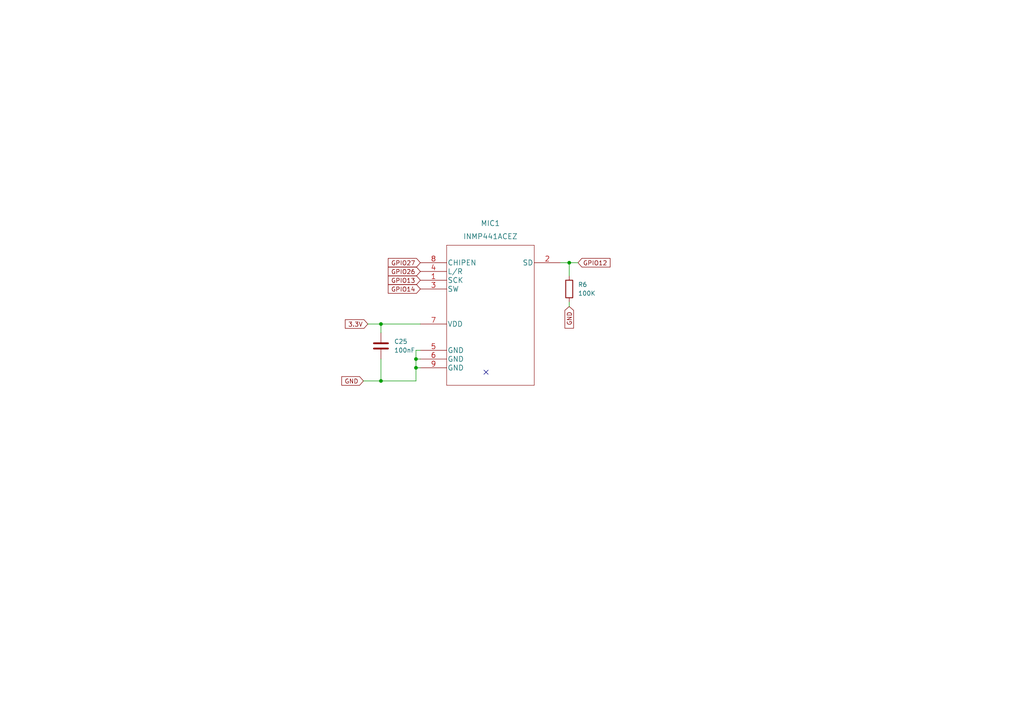
<source format=kicad_sch>
(kicad_sch (version 20211123) (generator eeschema)
  (paper "A4")
  (lib_symbols
    (symbol "Device:C" (pin_numbers hide) (pin_names (offset 0.254))
      (property "Reference" "C" (at 0.635 2.54 0))
      (property "Value" "C" (at 0.635 -2.54 0))
      (symbol "C_0_1"
        (polyline (pts (xy -2.032 -0.762) (xy 2.032 -0.762)) (stroke (width 0.508)))
        (polyline (pts (xy -2.032 0.762) (xy 2.032 0.762)) (stroke (width 0.508)))
      )
      (symbol "C_1_1"
        (pin passive line (at 0 3.81 270) (length 2.794) (name "~") (number "1"))
        (pin passive line (at 0 -3.81 90) (length 2.794) (name "~") (number "2"))
      )
    )
    (symbol "Device:R" (pin_numbers hide) (pin_names (offset 0))
      (property "Reference" "R" (at 2.032 0 90))
      (property "Value" "R" (at 0 0 90))
      (symbol "R_0_1"
        (rectangle (start -1.016 -2.54) (end 1.016 2.54) (stroke (width 0.254)))
      )
      (symbol "R_1_1"
        (pin passive line (at 0 3.81 270) (length 1.27) (name "~") (number "1"))
        (pin passive line (at 0 -3.81 90) (length 1.27) (name "~") (number "2"))
      )
    )
    (symbol "INMP441ACEZ:INMP441ACEZ" (pin_names (offset 0.254))
      (property "Reference" "MIC" (at 20.32 10.16 0))
      (property "Value" "INMP441ACEZ" (at 20.32 7.62 0))
      (symbol "INMP441ACEZ_1_1"
        (polyline (pts (xy 7.62 -35.56) (xy 33.02 -35.56)) (stroke (width 0.127)))
        (polyline (pts (xy 7.62 5.08) (xy 7.62 -35.56)) (stroke (width 0.127)))
        (polyline (pts (xy 33.02 -35.56) (xy 33.02 5.08)) (stroke (width 0.127)))
        (polyline (pts (xy 33.02 5.08) (xy 7.62 5.08)) (stroke (width 0.127)))
        (pin input line (at 0 -5.08 0) (length 7.62) (name "SCK") (number "1"))
        (pin output line (at 40.64 0 180) (length 7.62) (name "SD") (number "2"))
        (pin input line (at 0 -7.62 0) (length 7.62) (name "SW") (number "3"))
        (pin input line (at 0 -2.54 0) (length 7.62) (name "L/R") (number "4"))
        (pin power_in line (at 0 -25.4 0) (length 7.62) (name "GND") (number "5"))
        (pin power_in line (at 0 -27.94 0) (length 7.62) (name "GND") (number "6"))
        (pin power_in line (at 0 -17.78 0) (length 7.62) (name "VDD") (number "7"))
        (pin input line (at 0 0 0) (length 7.62) (name "CHIPEN") (number "8"))
        (pin power_in line (at 0 -30.48 0) (length 7.62) (name "GND") (number "9"))
      )
    )
  )
  (junction (at 165.1 76.2))
  (junction (at 120.65 104.14))
  (junction (at 110.49 110.49))
  (junction (at 110.49 93.98))
  (junction (at 120.65 106.68))
  (no_connect (at 140.97 107.95))
  (wire (pts (xy 120.65 106.68) (xy 120.65 110.49)))
  (wire (pts (xy 165.1 88.9) (xy 165.1 87.63)))
  (wire (pts (xy 165.1 76.2) (xy 165.1 80.01)))
  (wire (pts (xy 165.1 76.2) (xy 162.56 76.2)))
  (wire (pts (xy 120.65 104.14) (xy 121.92 104.14)))
  (wire (pts (xy 167.64 76.2) (xy 165.1 76.2)))
  (wire (pts (xy 110.49 110.49) (xy 120.65 110.49)))
  (wire (pts (xy 105.41 110.49) (xy 110.49 110.49)))
  (wire (pts (xy 121.92 101.6) (xy 120.65 101.6)))
  (wire (pts (xy 120.65 106.68) (xy 121.92 106.68)))
  (wire (pts (xy 120.65 104.14) (xy 120.65 106.68)))
  (wire (pts (xy 121.92 93.98) (xy 110.49 93.98)))
  (wire (pts (xy 110.49 104.14) (xy 110.49 110.49)))
  (wire (pts (xy 120.65 101.6) (xy 120.65 104.14)))
  (wire (pts (xy 110.49 93.98) (xy 110.49 96.52)))
  (wire (pts (xy 106.68 93.98) (xy 110.49 93.98)))
  (global_label "GPIO14" (shape input) (at 121.92 83.82 180) (property "Intersheet References" "${INTERSHEET_REFS}" (effects hide)))
  (global_label "GND" (shape input) (at 165.1 88.9 270) (property "Intersheet References" "${INTERSHEET_REFS}" (effects hide)))
  (global_label "GPIO13" (shape input) (at 121.92 81.28 180) (property "Intersheet References" "${INTERSHEET_REFS}" (effects hide)))
  (global_label "GPIO27" (shape input) (at 121.92 76.2 180) (property "Intersheet References" "${INTERSHEET_REFS}" (effects hide)))
  (global_label "3.3V" (shape input) (at 106.68 93.98 180) (property "Intersheet References" "${INTERSHEET_REFS}" (effects hide)))
  (global_label "GND" (shape input) (at 105.41 110.49 180) (property "Intersheet References" "${INTERSHEET_REFS}" (effects hide)))
  (global_label "GPIO26" (shape input) (at 121.92 78.74 180) (property "Intersheet References" "${INTERSHEET_REFS}" (effects hide)))
  (global_label "GPIO12" (shape input) (at 167.64 76.2 0) (property "Intersheet References" "${INTERSHEET_REFS}" (effects hide)))
  (symbol (lib_id "Device:R") (at 165.1 83.82 0) (unit 1)
    (property "Reference" "R6" (at 167.64 82.5499 0) (effects (justify left)))
    (property "Value" "100K" (at 167.64 85.0899 0) (effects (justify left)))
    (property "Footprint" "Resistor_SMD:R_0402_1005Metric" (effects hide))
  )
  (symbol (lib_id "Device:C") (at 110.49 100.33 180) (unit 1)
    (property "Reference" "C25" (at 114.3 99.0599 0) (effects (justify right)))
    (property "Value" "100nF" (at 114.3 101.5999 0) (effects (justify right)))
    (property "Footprint" "Capacitor_SMD:C_0402_1005Metric" (effects hide))
  )
  (symbol (lib_id "INMP441ACEZ:INMP441ACEZ") (at 121.92 76.2 0) (unit 1)
    (property "Reference" "MIC1" (at 142.24 64.77 0) (effects (font (size 1.524 1.524))))
    (property "Value" "INMP441ACEZ" (at 142.24 68.58 0) (effects (font (size 1.524 1.524))))
    (property "Footprint" "footprints:INMP441ACEZ" (effects hide))
  )
)
</source>
